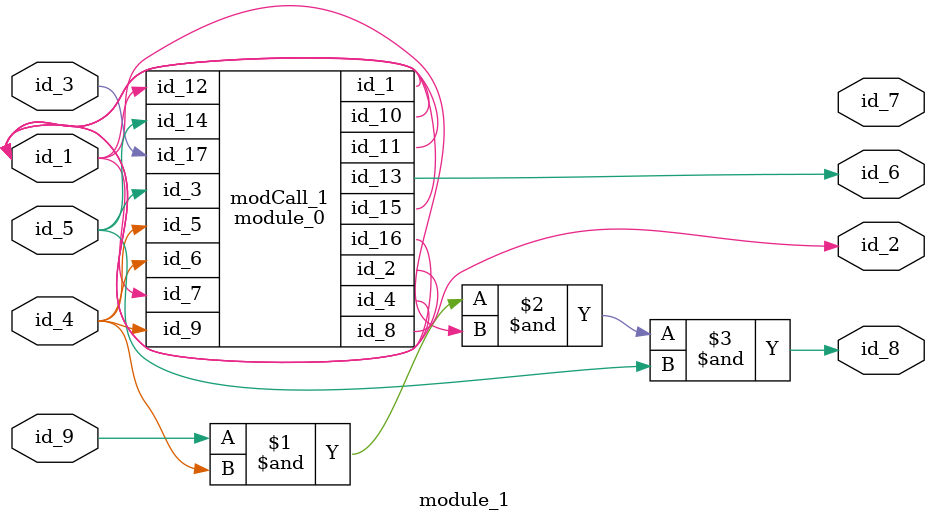
<source format=v>
module module_0 (
    id_1,
    id_2,
    id_3,
    id_4,
    id_5,
    id_6,
    id_7,
    id_8,
    id_9,
    id_10,
    id_11,
    id_12,
    id_13,
    id_14,
    id_15,
    id_16,
    id_17
);
  input wire id_17;
  output wire id_16;
  inout wire id_15;
  input wire id_14;
  output wire id_13;
  input wire id_12;
  inout wire id_11;
  output wire id_10;
  input wire id_9;
  output wire id_8;
  input wire id_7;
  input wire id_6;
  input wire id_5;
  inout wire id_4;
  input wire id_3;
  inout wire id_2;
  output wire id_1;
endmodule
module module_1 (
    id_1,
    id_2,
    id_3,
    id_4,
    id_5,
    id_6,
    id_7,
    id_8,
    id_9
);
  input wire id_9;
  output wire id_8;
  output wire id_7;
  output wire id_6;
  and primCall (id_8, id_9, id_4, id_1, id_5);
  input wire id_5;
  input wire id_4;
  input wire id_3;
  module_0 modCall_1 (
      id_1,
      id_1,
      id_5,
      id_1,
      id_4,
      id_4,
      id_1,
      id_2,
      id_4,
      id_1,
      id_1,
      id_1,
      id_6,
      id_5,
      id_1,
      id_1,
      id_3
  );
  output wire id_2;
  inout wire id_1;
  wire id_10;
endmodule

</source>
